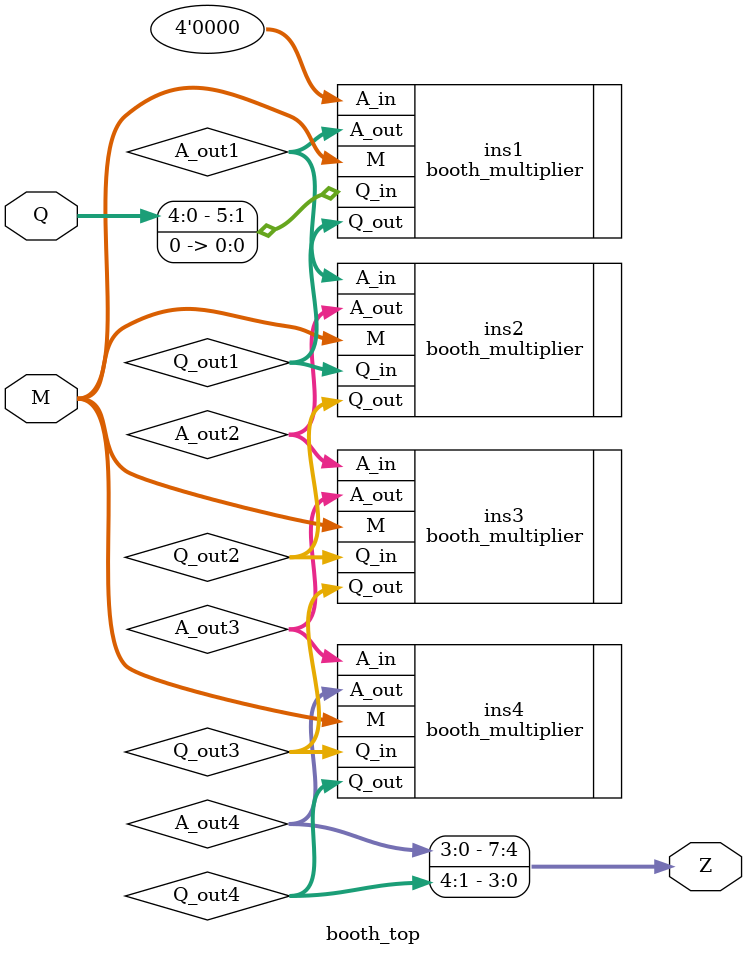
<source format=v>
`timescale 1ns / 1ps


module booth_top(
    input [3:0]M,
    input [4:0]Q,
    output [7:0]Z
    );
    
wire [3:0]A_out1;
wire [4:0]Q_out1;    
wire [3:0]A_out2;
wire [4:0]Q_out2; 
wire [3:0]A_out3;
wire [4:0]Q_out3; 
wire [3:0]A_out4;
wire [4:0]Q_out4; 

booth_multiplier ins1(
    .A_in(4'b0000),
    .M(M),
    .Q_in({Q,1'b0}),
    .A_out(A_out1),
    .Q_out(Q_out1)        
    );
    
booth_multiplier ins2(
    .A_in(A_out1),
    .M(M),
    .Q_in(Q_out1),
    .A_out(A_out2),
    .Q_out(Q_out2)        
    );
    
booth_multiplier ins3(
    .A_in(A_out2),
    .M(M),
    .Q_in(Q_out2),
    .A_out(A_out3),
    .Q_out(Q_out3)        
    );
    
booth_multiplier ins4(
    .A_in(A_out3),
    .M(M),
    .Q_in(Q_out3),
    .A_out(A_out4),
    .Q_out(Q_out4)        
    );
    
assign Z= {A_out4,Q_out4[4:1]};

endmodule



</source>
